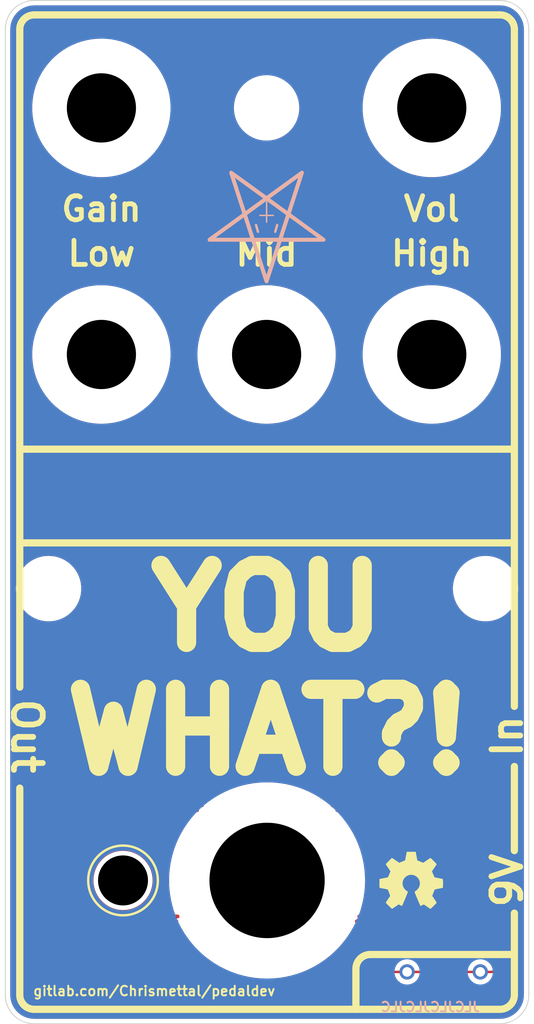
<source format=kicad_pcb>
(kicad_pcb (version 20211014) (generator pcbnew)
  (layers (0 "F.Cu" signal) (31 "B.Cu" signal) (34 "B.Paste" user) (35 "F.Paste" user) (36 "B.SilkS" user "B.Silkscreen") (37 "F.SilkS" user "F.Silkscreen") (38 "B.Mask" user) (39 "F.Mask" user) (44 "Edge.Cuts" user))
  (property "Commit" "Commit")
  (property "Link" "gitlab.com/Chrismettal/pedaldev")
  (property "Name" "YOU WHAT?!")
  (net 0 "")
  (footprint "MeineBib:Binary_6_v0.1_tiny_silk" (layer "F.Cu") (at 167.9144 160.4512)
    (fp_text reference "H7" hide)
    (fp_text value "Symbol_Binary6" hide)
    (fp_text user "Binary-6" (at -2.0654 0.8) (layer "F.Cu") (effects (font (size 1.2 1.2) (thickness 0.2))))
    (fp_line (start 6.0706 -1.9812) (end 7 -1.9812) (layer "F.Cu") (width 0.25))
    (fp_line (start 7 -1.2192) (end 6.5786 -1.2192) (layer "F.Cu") (width 0.25))
    (fp_line (start 6.5786 -1.2192) (end 3.5306 1.8288) (layer "F.Cu") (width 0.25))
    (fp_line (start 1.2446 -0.9652) (end 3.7846 -0.9652) (layer "F.Cu") (width 0.25))
    (fp_line (start -3.8354 -0.9652) (end -1.2954 -0.9652) (layer "F.Cu") (width 0.25))
    (fp_line (start 5.0546 -0.9652) (end 6.0706 -1.9812) (layer "F.Cu") (width 0.25))
    (fp_line (start -3.8354 -0.9652) (end -5.6134 -0.9652) (layer "F.Cu") (width 0.25))
    (fp_line (start -5.6134 -0.9652) (end -8.4074 1.8288) (layer "F.Cu") (width 0.25))
    (fp_line (start 3.5306 1.8288) (end -8.4074 1.8288) (layer "F.Cu") (width 0.25))
    (fp_line (start -8.4074 1.8288) (end -8.8288 1.8288) (layer "F.Cu") (width 0.25))
    (fp_line (start 3.7846 -0.9652) (end 5.0546 -0.9652) (layer "F.Cu") (width 0.25))
    (pad "" thru_hole oval (at 3.7846 -0.9652) (size 1.6 1.6) (drill 1) (layers *.Cu *.Mask))
    (pad "" thru_hole circle (at -3.8354 -0.9652) (size 1.6 1.6) (drill 1) (layers *.Cu *.Mask))
    (pad "" smd roundrect (at 0.8446 -0.9652) (size 0.9 1.8) (layers "F.Cu" "F.Mask"))
    (pad "" smd roundrect (at -0.8954 -0.9652) (size 0.9 1.8) (layers "F.Cu" "F.Mask"))
  )
  (footprint "Symbol:OSHW-Symbol_6.7x6mm_SilkScreen" (layer "F.Cu") (at 164.5 149.975)
    (fp_text reference "REF**" hide)
    (fp_text value "OSHW-Symbol_6.7x6mm_SilkScreen" hide)
  )
  (footprint "MeineBib:Drill_LED5mm" (layer "F.Cu") (at 134.5 149.975)
    (fp_text reference "REF**" hide)
    (fp_text value "Drill_LED5mm" hide)
    (fp_circle (center 0 0) (end 3.325 0) (layer "F.Cu") (width 0.5) (fill none))
    (pad "" np_thru_hole circle (at 0 0) (size 7 7) (drill 0.762) (layers *.Mask))
    (pad "" np_thru_hole circle (at 0 0) (size 5.2 5.2) (drill 5.2) (layers *.Mask))
  )
  (footprint "MeineBib:Drill_9mmPot_7,2mm" (layer "F.Cu") (at 132.25 69.645)
    (fp_text reference "Gain" (at 0 10.5) (layer "F.SilkS") (effects (font (size 2.5 2.5) (thickness 0.5))))
    (fp_text value "Drill_9mmPot_7,2mm" hide)
    (pad "" np_thru_hole circle (at 0 0) (size 14 14) (drill 0.762) (layers *.Mask))
    (pad "" np_thru_hole circle (at 0 0) (size 7.2 7.2) (drill 7.2) (layers *.Mask) (clearance 3.6))
  )
  (footprint "MeineBib:EigenesMountingHole_3.2mm_M3_Small" (layer "F.Cu") (at 126.75 119.63)
    (fp_text reference "MK2" hide)
    (fp_text value "Mounting_Hole_M3" hide)
    (pad "" np_thru_hole circle (at 0 0) (size 3.2 3.2) (drill 3.2) (layers F&B.Cu *.Mask) (clearance 1.8))
  )
  (footprint "MeineBib:Drill_9mmPot_7,2mm" (layer "F.Cu") (at 149.45 95.285 180)
    (fp_text reference "Mid" (at 0 10.5 180) (layer "F.SilkS") (effects (font (size 2.5 2.5) (thickness 0.5))))
    (fp_text value "Drill_9mmPot_7,2mm" hide)
    (pad "" np_thru_hole circle (at 0 0 180) (size 7.2 7.2) (drill 7.2) (layers *.Mask) (clearance 3.6))
    (pad "" np_thru_hole circle (at 0 0 180) (size 14 14) (drill 0.762) (layers *.Mask))
  )
  (footprint "MeineBib:Drill_9mmPot_7,2mm" (layer "F.Cu") (at 166.65 95.285 180)
    (fp_text reference "High" (at 0 10.5 180) (layer "F.SilkS") (effects (font (size 2.5 2.5) (thickness 0.5))))
    (fp_text value "Drill_9mmPot_7,2mm" hide)
    (pad "" np_thru_hole circle (at 0 0 180) (size 14 14) (drill 0.762) (layers *.Mask))
    (pad "" np_thru_hole circle (at 0 0 180) (size 7.2 7.2) (drill 7.2) (layers *.Mask) (clearance 3.6))
  )
  (footprint "MeineBib:Drill_9mmPot_7,2mm" (layer "F.Cu") (at 166.65 69.645)
    (fp_text reference "Vol" (at 0 10.5) (layer "F.SilkS") (effects (font (size 2.5 2.5) (thickness 0.5))))
    (fp_text value "Drill_9mmPot_7,2mm" hide)
    (pad "" np_thru_hole circle (at 0 0) (size 14 14) (drill 0.762) (layers *.Mask))
    (pad "" np_thru_hole circle (at 0 0) (size 7.2 7.2) (drill 7.2) (layers *.Mask) (clearance 3.6))
  )
  (footprint "MeineBib:EigenesMountingHole_3.2mm_M3_Small" (layer "F.Cu") (at 172.25 119.63)
    (fp_text reference "MK2" hide)
    (fp_text value "Mounting_Hole_M3" hide)
    (pad "" np_thru_hole circle (at 0 0) (size 3.2 3.2) (drill 3.2) (layers F&B.Cu *.Mask) (clearance 1.8))
  )
  (footprint "MeineBib:EigenesMountingHole_3.2mm_M3_Small" (layer "F.Cu") (at 149.45 69.645 180)
    (fp_text reference "MK2" hide)
    (fp_text value "Mounting_Hole_M3" hide)
    (pad "" np_thru_hole circle (at 0 0 180) (size 3.2 3.2) (drill 3.2) (layers F&B.Cu *.Mask) (clearance 1.8))
  )
  (footprint "MeineBib:Drill_FootSwitch_12mm" (layer "F.Cu") (at 149.5 149.975)
    (fp_text reference "REF**" hide)
    (fp_text value "Drill_FootSwitch_12mm" hide)
    (pad "" np_thru_hole circle (at 0 0) (size 12 12) (drill 12) (layers *.Mask) (clearance 4.2))
    (pad "" np_thru_hole circle (at 0 0) (size 20 20) (drill 0.762) (layers *.Mask) (clearance 4))
  )
  (footprint "MeineBib:Drill_9mmPot_7,2mm" (layer "F.Cu") (at 132.25 95.285 180)
    (fp_text reference "Low" (at 0 10.5 180) (layer "F.SilkS") (effects (font (size 2.5 2.5) (thickness 0.5))))
    (fp_text value "Drill_9mmPot_7,2mm" hide)
    (pad "" np_thru_hole circle (at 0 0 180) (size 14 14) (drill 0.762) (layers *.Mask))
    (pad "" np_thru_hole circle (at 0 0 180) (size 7.2 7.2) (drill 7.2) (layers *.Mask) (clearance 3.6))
  )
  (footprint "MeineBib:PentThin" (layer "B.Cu") (at 149.450706 81.622826 180)
    (fp_text reference "MK6" hide)
    (fp_text value "PentThin" hide)
  )
  (gr_line (start 175.25 161.875) (end 175.25 153.375) (layer "F.SilkS") (width 0.75))
  (gr_line (start 175.25 146.875) (end 175.25 138.125) (layer "F.SilkS") (width 0.75))
  (gr_line (start 160.25 157.675) (end 175.25 157.675) (layer "F.SilkS") (width 0.75))
  (gr_line (start 123.75 161.875) (end 123.75 140.375) (layer "F.SilkS") (width 0.75))
  (gr_arc (start 123.75 61.475) (mid 124.18934 60.41434) (end 125.25 59.975) (layer "F.SilkS") (width 0.75))
  (gr_line (start 123.75 61.475) (end 123.75 129.875) (layer "F.SilkS") (width 0.75))
  (gr_line (start 173.75 163.375) (end 125.25 163.375) (layer "F.SilkS") (width 0.75))
  (gr_arc (start 175.25 161.875) (mid 174.81066 162.93566) (end 173.75 163.375) (layer "F.SilkS") (width 0.75))
  (gr_line (start 125.25 59.975) (end 173.75 59.975) (layer "F.SilkS") (width 0.75))
  (gr_arc (start 173.75 59.975) (mid 174.81066 60.41434) (end 175.25 61.475) (layer "F.SilkS") (width 0.75))
  (gr_line (start 158.75 159.175) (end 158.75 163.375) (layer "F.SilkS") (width 0.75))
  (gr_arc (start 158.75 159.175) (mid 159.18934 158.11434) (end 160.25 157.675) (layer "F.SilkS") (width 0.75))
  (gr_arc (start 125.25 163.375) (mid 124.18934 162.93566) (end 123.75 161.875) (layer "F.SilkS") (width 0.75))
  (gr_line (start 175.25 105.13) (end 123.75 105.13) (layer "F.SilkS") (width 0.75))
  (gr_line (start 175.25 61.475) (end 175.25 131.875) (layer "F.SilkS") (width 0.75))
  (gr_line (start 123.75 114.875) (end 175.25 114.875) (layer "F.SilkS") (width 0.75))
  (gr_arc (start 125.25 164.875) (mid 123.12868 163.99632) (end 122.25 161.875) (layer "Edge.Cuts") (width 0.1))
  (gr_line (start 122.25 61.475) (end 122.25 161.875) (layer "Edge.Cuts") (width 0.1))
  (gr_arc (start 122.25 61.475) (mid 123.12868 59.35368) (end 125.25 58.475) (layer "Edge.Cuts") (width 0.1))
  (gr_arc (start 176.75 161.875) (mid 175.87132 163.99632) (end 173.75 164.875) (layer "Edge.Cuts") (width 0.1))
  (gr_line (start 173.75 164.875) (end 125.25 164.875) (layer "Edge.Cuts") (width 0.1))
  (gr_line (start 173.75 58.475) (end 125.25 58.475) (layer "Edge.Cuts") (width 0.1))
  (gr_line (start 176.75 161.875) (end 176.75 61.475) (layer "Edge.Cuts") (width 0.1))
  (gr_arc (start 173.75 58.475) (mid 175.87132 59.35368) (end 176.75 61.475) (layer "Edge.Cuts") (width 0.1))
  (gr_text "JLCJLCJLCJLC" (at 166.5 163.13) (layer "B.SilkS") (effects (font (size 1 1) (thickness 0.2)) (justify mirror)))
  (gr_text "9V" (at 174.5 149.975 90) (layer "F.SilkS") (effects (font (size 3 3) (thickness 0.6))))
  (gr_text "${Link}" (at 137.75 161.475) (layer "F.SilkS") (effects (font (size 1 1) (thickness 0.2))))
  (gr_text "Out" (at 124.5 134.975 270) (layer "F.SilkS") (effects (font (size 3 3) (thickness 0.6))))
  (gr_text "YOU\nWHAT?!" (at 149.5 128.065) (layer "F.SilkS") (effects (font (size 8 8) (thickness 2))))
  (gr_text "In" (at 174.5 134.975 90) (layer "F.SilkS") (effects (font (size 3 3) (thickness 0.6))))
  (segment (start 129.638 133.907) (end 124.304 128.573) (width 0.4) (layer "F.Cu") (net 0))
  (segment (start 160.626 142.162) (end 166.976 135.812) (width 0.4) (layer "F.Cu") (net 0))
  (segment (start 167.0395 136.5105) (end 167.23 136.32) (width 0.4) (layer "F.Cu") (net 0))
  (segment (start 174.723 128.827) (end 169.77 133.78) (width 0.4) (layer "F.Cu") (net 0))
  (segment (start 160.88 142.67) (end 167.0395 136.5105) (width 0.4) (layer "F.Cu") (net 0))
  (segment (start 129.7015 134.7325) (end 124.177 129.208) (width 0.4) (layer "F.Cu") (net 0))
  (segment (start 140.052 154.227) (end 137.893 154.227) (width 0.4) (layer "F.Cu") (net 0))
  (segment (start 158.848 154.227) (end 160.88 154.227) (width 0.4) (layer "F.Cu") (net 0))
  (segment (start 137.639 142.67) (end 133.2575 138.2885) (width 0.4) (layer "F.Cu") (net 0))
  (segment (start 156.308 142.162) (end 160.626 142.162) (width 0.4) (layer "F.Cu") (net 0))
  (segment (start 164.309 156.894) (end 164.436 157.021) (width 0.4) (layer "F.Cu") (net 0))
  (segment (start 160.88 154.227) (end 163.674 157.021) (width 0.4) (layer "F.Cu") (net 0))
  (segment (start 137.893 142.162) (end 137.004 141.273) (width 0.4) (layer "F.Cu") (net 0))
  (segment (start 128.749 162.609) (end 128.495 162.863) (width 0.4) (layer "F.Cu") (net 0))
  (segment (start 140.179 153.719) (end 137.639 153.719) (width 0.4) (layer "F.Cu") (net 0))
  (segment (start 137.893 154.227) (end 129.257 162.863) (width 0.4) (layer "F.Cu") (net 0))
  (segment (start 142.211 142.67) (end 137.639 142.67) (width 0.4) (layer "F.Cu") (net 0))
  (segment (start 156.816 142.67) (end 160.88 142.67) (width 0.4) (layer "F.Cu") (net 0))
  (segment (start 142.719 142.162) (end 137.893 142.162) (width 0.4) (layer "F.Cu") (net 0))
  (segment (start 174.723 128.065) (end 169.77 133.018) (width 0.4) (layer "F.Cu") (net 0))
  (segment (start 137.004 141.273) (end 135.48 139.749) (width 0.4) (layer "F.Cu") (net 0))
  (segment (start 137.893 142.162) (end 135.48 139.749) (width 0.4) (layer "F.Cu") (net 0))
  (segment (start 137.639 153.719) (end 128.749 162.609) (width 0.4) (layer "F.Cu") (net 0))
  (segment (start 159.102 153.719) (end 161.134 153.719) (width 0.4) (layer "F.Cu") (net 0))
  (segment (start 161.134 153.719) (end 164.309 156.894) (width 0.4) (layer "F.Cu") (net 0))
  (zone (net 0) (net_name "") (layers F&B.Cu) (connect_pads (clearance 0.508)) (min_thickness 0.254) (fill yes (thermal_gap 0.508) (thermal_bridge_width 0.508))
    (polygon (pts (xy 176.742 164.84) (xy 122.266 164.84) (xy 122.266 58.491) (xy 176.742 58.491)))
  )
  (zone (net 0) (net_name "") (layer "F.Cu") (connect_pads (clearance 0)) (min_thickness 0.254)
    (keepout (tracks allowed) (vias allowed) (pads allowed) (copperpour not_allowed) (footprints allowed))
    (fill (thermal_gap 0.508) (thermal_bridge_width 0.508))
    (polygon (pts (xy 174.89 163.015) (xy 159.12 163.015) (xy 159.12 158.045) (xy 174.89 158.045)))
  )
)
</source>
